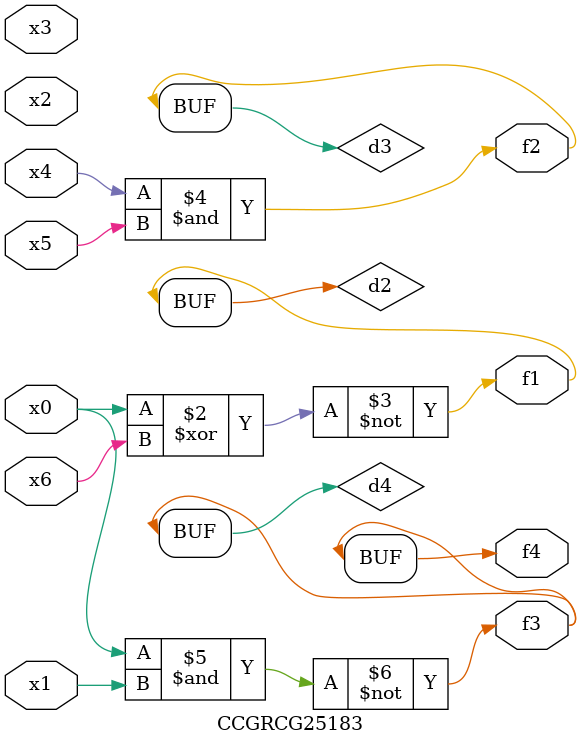
<source format=v>
module CCGRCG25183(
	input x0, x1, x2, x3, x4, x5, x6,
	output f1, f2, f3, f4
);

	wire d1, d2, d3, d4;

	nor (d1, x0);
	xnor (d2, x0, x6);
	and (d3, x4, x5);
	nand (d4, x0, x1);
	assign f1 = d2;
	assign f2 = d3;
	assign f3 = d4;
	assign f4 = d4;
endmodule

</source>
